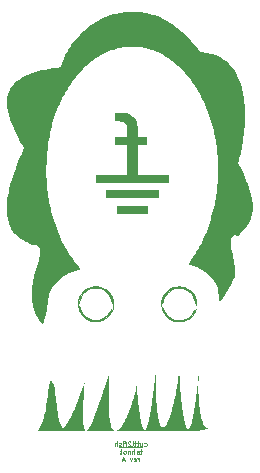
<source format=gbo>
G04 #@! TF.GenerationSoftware,KiCad,Pcbnew,(6.0.0-rc1-dev-1248-ged6c68a1e)*
G04 #@! TF.CreationDate,2018-11-30T22:55:46-05:00*
G04 #@! TF.ProjectId,cuttle2fish,63757474-6c65-4326-9669-73682e6b6963,rev?*
G04 #@! TF.SameCoordinates,Original*
G04 #@! TF.FileFunction,Legend,Bot*
G04 #@! TF.FilePolarity,Positive*
%FSLAX46Y46*%
G04 Gerber Fmt 4.6, Leading zero omitted, Abs format (unit mm)*
G04 Created by KiCad (PCBNEW (6.0.0-rc1-dev-1248-ged6c68a1e)) date 11/30/2018 10:55:46 PM*
%MOMM*%
%LPD*%
G01*
G04 APERTURE LIST*
%ADD10C,0.050000*%
%ADD11C,0.100000*%
%ADD12C,0.001772*%
G04 APERTURE END LIST*
D10*
X113411904Y-86761904D02*
X113450000Y-86780952D01*
X113526190Y-86780952D01*
X113564285Y-86761904D01*
X113583333Y-86742857D01*
X113602380Y-86704761D01*
X113602380Y-86590476D01*
X113583333Y-86552380D01*
X113564285Y-86533333D01*
X113526190Y-86514285D01*
X113450000Y-86514285D01*
X113411904Y-86533333D01*
X113069047Y-86514285D02*
X113069047Y-86780952D01*
X113240476Y-86514285D02*
X113240476Y-86723809D01*
X113221428Y-86761904D01*
X113183333Y-86780952D01*
X113126190Y-86780952D01*
X113088095Y-86761904D01*
X113069047Y-86742857D01*
X112935714Y-86514285D02*
X112783333Y-86514285D01*
X112878571Y-86380952D02*
X112878571Y-86723809D01*
X112859523Y-86761904D01*
X112821428Y-86780952D01*
X112783333Y-86780952D01*
X112707142Y-86514285D02*
X112554761Y-86514285D01*
X112650000Y-86380952D02*
X112650000Y-86723809D01*
X112630952Y-86761904D01*
X112592857Y-86780952D01*
X112554761Y-86780952D01*
X112364285Y-86780952D02*
X112402380Y-86761904D01*
X112421428Y-86723809D01*
X112421428Y-86380952D01*
X112230952Y-86419047D02*
X112211904Y-86400000D01*
X112173809Y-86380952D01*
X112078571Y-86380952D01*
X112040476Y-86400000D01*
X112021428Y-86419047D01*
X112002380Y-86457142D01*
X112002380Y-86495238D01*
X112021428Y-86552380D01*
X112250000Y-86780952D01*
X112002380Y-86780952D01*
X111888095Y-86514285D02*
X111735714Y-86514285D01*
X111830952Y-86780952D02*
X111830952Y-86438095D01*
X111811904Y-86400000D01*
X111773809Y-86380952D01*
X111735714Y-86380952D01*
X111602380Y-86780952D02*
X111602380Y-86514285D01*
X111602380Y-86380952D02*
X111621428Y-86400000D01*
X111602380Y-86419047D01*
X111583333Y-86400000D01*
X111602380Y-86380952D01*
X111602380Y-86419047D01*
X111430952Y-86761904D02*
X111392857Y-86780952D01*
X111316666Y-86780952D01*
X111278571Y-86761904D01*
X111259523Y-86723809D01*
X111259523Y-86704761D01*
X111278571Y-86666666D01*
X111316666Y-86647619D01*
X111373809Y-86647619D01*
X111411904Y-86628571D01*
X111430952Y-86590476D01*
X111430952Y-86571428D01*
X111411904Y-86533333D01*
X111373809Y-86514285D01*
X111316666Y-86514285D01*
X111278571Y-86533333D01*
X111088095Y-86780952D02*
X111088095Y-86380952D01*
X110916666Y-86780952D02*
X110916666Y-86571428D01*
X110935714Y-86533333D01*
X110973809Y-86514285D01*
X111030952Y-86514285D01*
X111069047Y-86533333D01*
X111088095Y-86552380D01*
X113250000Y-86897000D02*
X113021428Y-86897000D01*
X113211904Y-87164285D02*
X113059523Y-87164285D01*
X113154761Y-87030952D02*
X113154761Y-87373809D01*
X113135714Y-87411904D01*
X113097619Y-87430952D01*
X113059523Y-87430952D01*
X113021428Y-86897000D02*
X112659523Y-86897000D01*
X112754761Y-87430952D02*
X112754761Y-87221428D01*
X112773809Y-87183333D01*
X112811904Y-87164285D01*
X112888095Y-87164285D01*
X112926190Y-87183333D01*
X112754761Y-87411904D02*
X112792857Y-87430952D01*
X112888095Y-87430952D01*
X112926190Y-87411904D01*
X112945238Y-87373809D01*
X112945238Y-87335714D01*
X112926190Y-87297619D01*
X112888095Y-87278571D01*
X112792857Y-87278571D01*
X112754761Y-87259523D01*
X112659523Y-86897000D02*
X112297619Y-86897000D01*
X112564285Y-87430952D02*
X112564285Y-87030952D01*
X112392857Y-87430952D02*
X112392857Y-87221428D01*
X112411904Y-87183333D01*
X112450000Y-87164285D01*
X112507142Y-87164285D01*
X112545238Y-87183333D01*
X112564285Y-87202380D01*
X112297619Y-86897000D02*
X111935714Y-86897000D01*
X112202380Y-87164285D02*
X112202380Y-87430952D01*
X112202380Y-87202380D02*
X112183333Y-87183333D01*
X112145238Y-87164285D01*
X112088095Y-87164285D01*
X112050000Y-87183333D01*
X112030952Y-87221428D01*
X112030952Y-87430952D01*
X111935714Y-86897000D02*
X111573809Y-86897000D01*
X111783333Y-87430952D02*
X111821428Y-87411904D01*
X111840476Y-87392857D01*
X111859523Y-87354761D01*
X111859523Y-87240476D01*
X111840476Y-87202380D01*
X111821428Y-87183333D01*
X111783333Y-87164285D01*
X111726190Y-87164285D01*
X111688095Y-87183333D01*
X111669047Y-87202380D01*
X111650000Y-87240476D01*
X111650000Y-87354761D01*
X111669047Y-87392857D01*
X111688095Y-87411904D01*
X111726190Y-87430952D01*
X111783333Y-87430952D01*
X111573809Y-86897000D02*
X111250000Y-86897000D01*
X111478571Y-87430952D02*
X111478571Y-87030952D01*
X111440476Y-87278571D02*
X111326190Y-87430952D01*
X111326190Y-87164285D02*
X111478571Y-87316666D01*
X112926190Y-88080952D02*
X112926190Y-87814285D01*
X112926190Y-87890476D02*
X112907142Y-87852380D01*
X112888095Y-87833333D01*
X112850000Y-87814285D01*
X112811904Y-87814285D01*
X112526190Y-88061904D02*
X112564285Y-88080952D01*
X112640476Y-88080952D01*
X112678571Y-88061904D01*
X112697619Y-88023809D01*
X112697619Y-87871428D01*
X112678571Y-87833333D01*
X112640476Y-87814285D01*
X112564285Y-87814285D01*
X112526190Y-87833333D01*
X112507142Y-87871428D01*
X112507142Y-87909523D01*
X112697619Y-87947619D01*
X112373809Y-87814285D02*
X112278571Y-88080952D01*
X112183333Y-87814285D01*
X111745238Y-87966666D02*
X111554761Y-87966666D01*
X111783333Y-88080952D02*
X111650000Y-87680952D01*
X111516666Y-88080952D01*
D11*
G04 #@! TO.C,svg2mod*
G36*
X115495951Y-63815583D02*
X112847652Y-63815583D01*
X112847652Y-61279496D01*
X113102009Y-61279496D01*
X113356365Y-61279496D01*
X113610722Y-61279496D01*
X113610722Y-61055064D01*
X113610722Y-60830631D01*
X113610722Y-60606199D01*
X113356365Y-60606199D01*
X113102009Y-60606199D01*
X112847652Y-60606199D01*
X112847482Y-60129279D01*
X112842646Y-59776981D01*
X112824412Y-59534257D01*
X112786773Y-59355793D01*
X112723720Y-59196274D01*
X112620201Y-59024997D01*
X112484252Y-58879005D01*
X112318446Y-58759281D01*
X112125357Y-58666806D01*
X111907561Y-58602562D01*
X111667630Y-58567532D01*
X111408140Y-58562695D01*
X111131664Y-58589036D01*
X110962434Y-58614208D01*
X110962434Y-58945475D01*
X110962434Y-59276741D01*
X111248585Y-59286001D01*
X111539110Y-59313913D01*
X111728570Y-59383635D01*
X111852916Y-59508396D01*
X111916266Y-59604058D01*
X111923366Y-60104680D01*
X111930466Y-60605304D01*
X111691238Y-60608363D01*
X111452009Y-60611404D01*
X111212780Y-60614444D01*
X110973552Y-60617504D01*
X110969426Y-60838196D01*
X110965278Y-61058888D01*
X110961152Y-61279580D01*
X111202717Y-61279580D01*
X111444282Y-61279580D01*
X111685846Y-61279580D01*
X111927411Y-61279580D01*
X111927411Y-61533189D01*
X111927411Y-61786797D01*
X111927411Y-62040406D01*
X111927411Y-62294014D01*
X111927411Y-62547623D01*
X111927411Y-62801231D01*
X111927411Y-63054840D01*
X111927411Y-63308448D01*
X111927411Y-63562057D01*
X111927411Y-63815666D01*
X109323997Y-63815666D01*
X109323997Y-64488963D01*
X115495882Y-64488963D01*
X115495951Y-63815583D01*
X115495951Y-63815583D01*
G37*
G36*
X114620666Y-65139734D02*
X110199352Y-65139734D01*
X110199352Y-65813030D01*
X114620666Y-65813030D01*
X114620666Y-65139734D01*
X114620666Y-65139734D01*
G37*
G36*
X113722938Y-66463885D02*
X111097081Y-66463885D01*
X111097081Y-67137182D01*
X113722938Y-67137182D01*
X113722938Y-66463885D01*
X113722938Y-66463885D01*
G37*
D12*
G36*
X109602419Y-76190634D02*
X110131576Y-75807887D01*
X109938423Y-75938833D01*
X109708687Y-76039782D01*
X109489691Y-76089046D01*
X109232076Y-76097729D01*
X109024164Y-76082442D01*
X108849011Y-76034589D01*
X108849007Y-76034593D01*
X108641464Y-75945473D01*
X108456831Y-75829359D01*
X108294338Y-75685673D01*
X108153218Y-75513841D01*
X108064666Y-75363362D01*
X107986625Y-75188968D01*
X107937391Y-75031545D01*
X107878591Y-74923693D01*
X107868091Y-74741870D01*
X107916691Y-74575143D01*
X107961263Y-74350104D01*
X108043564Y-74139743D01*
X108164055Y-73943136D01*
X108323194Y-73759362D01*
X108488315Y-73612077D01*
X108659509Y-73510405D01*
X108879823Y-73418348D01*
X109093994Y-73373710D01*
X109342470Y-73368061D01*
X109548824Y-73385486D01*
X109714195Y-73428141D01*
X109932649Y-73523041D01*
X110127588Y-73649505D01*
X110296020Y-73803701D01*
X110434958Y-73981796D01*
X110541410Y-74179958D01*
X110612388Y-74394355D01*
X110644901Y-74621154D01*
X110661009Y-74781615D01*
X110690301Y-74880363D01*
X110725681Y-74998527D01*
X110626131Y-75122172D01*
X110567611Y-75221432D01*
X110466486Y-75426023D01*
X110314369Y-75629229D01*
X110131576Y-75807887D01*
X109602419Y-76190634D01*
X109829695Y-76120681D01*
X110041188Y-76014999D01*
X110233292Y-75877137D01*
X110402404Y-75710643D01*
X110544918Y-75519067D01*
X110657231Y-75305957D01*
X110735738Y-75074861D01*
X110764917Y-74862521D01*
X110765760Y-74614118D01*
X110738038Y-74399130D01*
X110664272Y-74173787D01*
X110556651Y-73963335D01*
X110418770Y-73772046D01*
X110254230Y-73604194D01*
X110066628Y-73464052D01*
X109859562Y-73355892D01*
X109625394Y-73281333D01*
X109378694Y-73247002D01*
X109127923Y-73252707D01*
X108881536Y-73298254D01*
X108647991Y-73383452D01*
X108438741Y-73502714D01*
X108256759Y-73649572D01*
X108103192Y-73819981D01*
X107979187Y-74009896D01*
X107885890Y-74215273D01*
X107824447Y-74432066D01*
X107796004Y-74656231D01*
X107801709Y-74883723D01*
X107842707Y-75110496D01*
X107920145Y-75332507D01*
X108035169Y-75545710D01*
X108172244Y-75725316D01*
X108334466Y-75881069D01*
X108518536Y-76010645D01*
X108721156Y-76111724D01*
X108939025Y-76181981D01*
X109151117Y-76211845D01*
X109391751Y-76214997D01*
X109602457Y-76190681D01*
X109602419Y-76190634D01*
X109602419Y-76190634D01*
G37*
X109602419Y-76190634D02*
X110131576Y-75807887D01*
X109938423Y-75938833D01*
X109708687Y-76039782D01*
X109489691Y-76089046D01*
X109232076Y-76097729D01*
X109024164Y-76082442D01*
X108849011Y-76034589D01*
X108849007Y-76034593D01*
X108641464Y-75945473D01*
X108456831Y-75829359D01*
X108294338Y-75685673D01*
X108153218Y-75513841D01*
X108064666Y-75363362D01*
X107986625Y-75188968D01*
X107937391Y-75031545D01*
X107878591Y-74923693D01*
X107868091Y-74741870D01*
X107916691Y-74575143D01*
X107961263Y-74350104D01*
X108043564Y-74139743D01*
X108164055Y-73943136D01*
X108323194Y-73759362D01*
X108488315Y-73612077D01*
X108659509Y-73510405D01*
X108879823Y-73418348D01*
X109093994Y-73373710D01*
X109342470Y-73368061D01*
X109548824Y-73385486D01*
X109714195Y-73428141D01*
X109932649Y-73523041D01*
X110127588Y-73649505D01*
X110296020Y-73803701D01*
X110434958Y-73981796D01*
X110541410Y-74179958D01*
X110612388Y-74394355D01*
X110644901Y-74621154D01*
X110661009Y-74781615D01*
X110690301Y-74880363D01*
X110725681Y-74998527D01*
X110626131Y-75122172D01*
X110567611Y-75221432D01*
X110466486Y-75426023D01*
X110314369Y-75629229D01*
X110131576Y-75807887D01*
X109602419Y-76190634D01*
X109829695Y-76120681D01*
X110041188Y-76014999D01*
X110233292Y-75877137D01*
X110402404Y-75710643D01*
X110544918Y-75519067D01*
X110657231Y-75305957D01*
X110735738Y-75074861D01*
X110764917Y-74862521D01*
X110765760Y-74614118D01*
X110738038Y-74399130D01*
X110664272Y-74173787D01*
X110556651Y-73963335D01*
X110418770Y-73772046D01*
X110254230Y-73604194D01*
X110066628Y-73464052D01*
X109859562Y-73355892D01*
X109625394Y-73281333D01*
X109378694Y-73247002D01*
X109127923Y-73252707D01*
X108881536Y-73298254D01*
X108647991Y-73383452D01*
X108438741Y-73502714D01*
X108256759Y-73649572D01*
X108103192Y-73819981D01*
X107979187Y-74009896D01*
X107885890Y-74215273D01*
X107824447Y-74432066D01*
X107796004Y-74656231D01*
X107801709Y-74883723D01*
X107842707Y-75110496D01*
X107920145Y-75332507D01*
X108035169Y-75545710D01*
X108172244Y-75725316D01*
X108334466Y-75881069D01*
X108518536Y-76010645D01*
X108721156Y-76111724D01*
X108939025Y-76181981D01*
X109151117Y-76211845D01*
X109391751Y-76214997D01*
X109602457Y-76190681D01*
X109602419Y-76190634D01*
G36*
X116672034Y-76210958D02*
X117085881Y-75908903D01*
X116900465Y-76011830D01*
X116690450Y-76081853D01*
X116461056Y-76118532D01*
X116228313Y-76120525D01*
X116008254Y-76086490D01*
X116008252Y-76086487D01*
X115775157Y-76004178D01*
X115561981Y-75882198D01*
X115373763Y-75725539D01*
X115215543Y-75539189D01*
X115092363Y-75328141D01*
X115009261Y-75097383D01*
X114933038Y-74930502D01*
X114920112Y-74760731D01*
X114983659Y-74545396D01*
X115035215Y-74328966D01*
X115114961Y-74133477D01*
X115225025Y-73954739D01*
X115367532Y-73788558D01*
X115566810Y-73618984D01*
X115784105Y-73496453D01*
X116022583Y-73419581D01*
X116285411Y-73386982D01*
X116492485Y-73387622D01*
X116661830Y-73418202D01*
X116896096Y-73498134D01*
X117105961Y-73612602D01*
X117289588Y-73760129D01*
X117445136Y-73939238D01*
X117570768Y-74148451D01*
X117641397Y-74314270D01*
X117688200Y-74484419D01*
X117718982Y-74687281D01*
X117761016Y-74927793D01*
X117754176Y-75072702D01*
X117688734Y-75148722D01*
X117622092Y-75249596D01*
X117534434Y-75435110D01*
X117410654Y-75612316D01*
X117258541Y-75772989D01*
X117085881Y-75908903D01*
X116672034Y-76210958D01*
X116894310Y-76140937D01*
X117100975Y-76037260D01*
X117288859Y-75903017D01*
X117454796Y-75741295D01*
X117595617Y-75555180D01*
X117708154Y-75347762D01*
X117789239Y-75122127D01*
X117820547Y-74893033D01*
X117820547Y-74613874D01*
X117789239Y-74384780D01*
X117702031Y-74143128D01*
X117581735Y-73925859D01*
X117431491Y-73735390D01*
X117254433Y-73574136D01*
X117053700Y-73444512D01*
X116832428Y-73348933D01*
X116593754Y-73289814D01*
X116340815Y-73269571D01*
X116094330Y-73288457D01*
X115861551Y-73344007D01*
X115645129Y-73434556D01*
X115447713Y-73558444D01*
X115271953Y-73714006D01*
X115120499Y-73899579D01*
X114996001Y-74113501D01*
X114908411Y-74342550D01*
X114860796Y-74582960D01*
X114854276Y-74829078D01*
X114876390Y-75034629D01*
X114921638Y-75212772D01*
X114998717Y-75397738D01*
X115123847Y-75613735D01*
X115277829Y-75800223D01*
X115460916Y-75957418D01*
X115673362Y-76085541D01*
X115915422Y-76184809D01*
X116140464Y-76221991D01*
X116434275Y-76232144D01*
X116672034Y-76210959D01*
X116672034Y-76210958D01*
X116672034Y-76210958D01*
G37*
X116672034Y-76210958D02*
X117085881Y-75908903D01*
X116900465Y-76011830D01*
X116690450Y-76081853D01*
X116461056Y-76118532D01*
X116228313Y-76120525D01*
X116008254Y-76086490D01*
X116008252Y-76086487D01*
X115775157Y-76004178D01*
X115561981Y-75882198D01*
X115373763Y-75725539D01*
X115215543Y-75539189D01*
X115092363Y-75328141D01*
X115009261Y-75097383D01*
X114933038Y-74930502D01*
X114920112Y-74760731D01*
X114983659Y-74545396D01*
X115035215Y-74328966D01*
X115114961Y-74133477D01*
X115225025Y-73954739D01*
X115367532Y-73788558D01*
X115566810Y-73618984D01*
X115784105Y-73496453D01*
X116022583Y-73419581D01*
X116285411Y-73386982D01*
X116492485Y-73387622D01*
X116661830Y-73418202D01*
X116896096Y-73498134D01*
X117105961Y-73612602D01*
X117289588Y-73760129D01*
X117445136Y-73939238D01*
X117570768Y-74148451D01*
X117641397Y-74314270D01*
X117688200Y-74484419D01*
X117718982Y-74687281D01*
X117761016Y-74927793D01*
X117754176Y-75072702D01*
X117688734Y-75148722D01*
X117622092Y-75249596D01*
X117534434Y-75435110D01*
X117410654Y-75612316D01*
X117258541Y-75772989D01*
X117085881Y-75908903D01*
X116672034Y-76210958D01*
X116894310Y-76140937D01*
X117100975Y-76037260D01*
X117288859Y-75903017D01*
X117454796Y-75741295D01*
X117595617Y-75555180D01*
X117708154Y-75347762D01*
X117789239Y-75122127D01*
X117820547Y-74893033D01*
X117820547Y-74613874D01*
X117789239Y-74384780D01*
X117702031Y-74143128D01*
X117581735Y-73925859D01*
X117431491Y-73735390D01*
X117254433Y-73574136D01*
X117053700Y-73444512D01*
X116832428Y-73348933D01*
X116593754Y-73289814D01*
X116340815Y-73269571D01*
X116094330Y-73288457D01*
X115861551Y-73344007D01*
X115645129Y-73434556D01*
X115447713Y-73558444D01*
X115271953Y-73714006D01*
X115120499Y-73899579D01*
X114996001Y-74113501D01*
X114908411Y-74342550D01*
X114860796Y-74582960D01*
X114854276Y-74829078D01*
X114876390Y-75034629D01*
X114921638Y-75212772D01*
X114998717Y-75397738D01*
X115123847Y-75613735D01*
X115277829Y-75800223D01*
X115460916Y-75957418D01*
X115673362Y-76085541D01*
X115915422Y-76184809D01*
X116140464Y-76221991D01*
X116434275Y-76232144D01*
X116672034Y-76210959D01*
X116672034Y-76210958D01*
D11*
G36*
X116345695Y-80238223D02*
X116371157Y-80626984D01*
X116396801Y-80997720D01*
X116422617Y-81350751D01*
X116448593Y-81686395D01*
X116474717Y-82004971D01*
X116500978Y-82306799D01*
X116527364Y-82592197D01*
X116553865Y-82861484D01*
X116580469Y-83114980D01*
X116607164Y-83353002D01*
X116633939Y-83575872D01*
X116660784Y-83783906D01*
X116687685Y-83977425D01*
X116714633Y-84156748D01*
X116741616Y-84322192D01*
X116768621Y-84474078D01*
X116795639Y-84612725D01*
X116822657Y-84738450D01*
X116849665Y-84851574D01*
X116876650Y-84952416D01*
X116903602Y-85041294D01*
X116930509Y-85118527D01*
X116957360Y-85184435D01*
X116984143Y-85239336D01*
X117010848Y-85283549D01*
X117037461Y-85317394D01*
X117063973Y-85341189D01*
X117090373Y-85355254D01*
X117116647Y-85359907D01*
X117142786Y-85355467D01*
X117168778Y-85342254D01*
X117194611Y-85320587D01*
X117220274Y-85290784D01*
X117245756Y-85253164D01*
X117271045Y-85208046D01*
X117296130Y-85155751D01*
X117321000Y-85096595D01*
X117345643Y-85030899D01*
X117370047Y-84958982D01*
X117394203Y-84881162D01*
X117418097Y-84797758D01*
X117441720Y-84709090D01*
X117465058Y-84615477D01*
X117488102Y-84517237D01*
X117510839Y-84414689D01*
X117533259Y-84308153D01*
X117555350Y-84197948D01*
X117577100Y-84084392D01*
X117598498Y-83967804D01*
X117619533Y-83848504D01*
X117640194Y-83726811D01*
X117660469Y-83603043D01*
X117680346Y-83477519D01*
X117699815Y-83350559D01*
X117718864Y-83222482D01*
X117737481Y-83093606D01*
X117755656Y-82964251D01*
X117773376Y-82834735D01*
X117790632Y-82705378D01*
X117807410Y-82576499D01*
X117823700Y-82448416D01*
X117839490Y-82321448D01*
X117854770Y-82195915D01*
X117869527Y-82072136D01*
X117883750Y-81950429D01*
X117897429Y-81831114D01*
X117910551Y-81714510D01*
X117923105Y-81600935D01*
X117935080Y-81490709D01*
X117946464Y-81384150D01*
X117957247Y-81281578D01*
X117967416Y-81183312D01*
X117976961Y-81089670D01*
X117985870Y-81000972D01*
X117994131Y-80917536D01*
X118001733Y-80839683D01*
X118008666Y-80767729D01*
X118014917Y-80701996D01*
X118020475Y-80642801D01*
X118025329Y-80590464D01*
X118029467Y-80545303D01*
X118032879Y-80507638D01*
X118035552Y-80477788D01*
X118037475Y-80456071D01*
X118038638Y-80442808D01*
X118039028Y-80438315D01*
X118010662Y-81037770D01*
X117996109Y-81585795D01*
X117994199Y-82084697D01*
X118003766Y-82536783D01*
X118023641Y-82944358D01*
X118052658Y-83309729D01*
X118089647Y-83635201D01*
X118133442Y-83923081D01*
X118182874Y-84175675D01*
X118236776Y-84395289D01*
X118293981Y-84584230D01*
X118353319Y-84744802D01*
X118413625Y-84879313D01*
X118473729Y-84990068D01*
X118532464Y-85079374D01*
X118588663Y-85149537D01*
X118641157Y-85202863D01*
X118688779Y-85241657D01*
X118730361Y-85268227D01*
X118764735Y-85284878D01*
X118790734Y-85293917D01*
X118807189Y-85297648D01*
X118812934Y-85298380D01*
X117886341Y-85479180D01*
X117622045Y-85479512D01*
X117357715Y-85479865D01*
X117093354Y-85480234D01*
X116828966Y-85480620D01*
X116564554Y-85481018D01*
X116300118Y-85481429D01*
X116035664Y-85481849D01*
X115771193Y-85482276D01*
X115506707Y-85482709D01*
X115242211Y-85483146D01*
X114977706Y-85483583D01*
X114713195Y-85484021D01*
X114448681Y-85484456D01*
X114184166Y-85484886D01*
X113919654Y-85485309D01*
X113655147Y-85485725D01*
X113390648Y-85486129D01*
X113126160Y-85486521D01*
X112861684Y-85486898D01*
X112597225Y-85487258D01*
X112332785Y-85487600D01*
X112068365Y-85487921D01*
X111803971Y-85488220D01*
X111539603Y-85488494D01*
X111275264Y-85488741D01*
X111010958Y-85488959D01*
X110746687Y-85489146D01*
X110482454Y-85489301D01*
X110218261Y-85489421D01*
X109954112Y-85489504D01*
X109690009Y-85489549D01*
X109425954Y-85489552D01*
X109161951Y-85489513D01*
X108898002Y-85489429D01*
X108634110Y-85489297D01*
X108370278Y-85489118D01*
X108106508Y-85488887D01*
X107842803Y-85488603D01*
X107579166Y-85488264D01*
X107315600Y-85487869D01*
X107052107Y-85487414D01*
X106788690Y-85486899D01*
X106525351Y-85486320D01*
X106262094Y-85485677D01*
X105998921Y-85484966D01*
X105735836Y-85484186D01*
X105472839Y-85483336D01*
X105209936Y-85482412D01*
X104947127Y-85481413D01*
X104684416Y-85480338D01*
X104421806Y-85479183D01*
X104521507Y-85348389D01*
X104612523Y-85197714D01*
X104695390Y-85029341D01*
X104770647Y-84845448D01*
X104838832Y-84648219D01*
X104900482Y-84439833D01*
X104956135Y-84222472D01*
X105006329Y-83998316D01*
X105051602Y-83769548D01*
X105092492Y-83538348D01*
X105129536Y-83306897D01*
X105163272Y-83077376D01*
X105194239Y-82851966D01*
X105222973Y-82632848D01*
X105250014Y-82422204D01*
X105275898Y-82222215D01*
X105301164Y-82035061D01*
X105326349Y-81862923D01*
X105351992Y-81707984D01*
X105378629Y-81572423D01*
X105406800Y-81458422D01*
X105437041Y-81368161D01*
X105469891Y-81303823D01*
X105505887Y-81267588D01*
X105545567Y-81261637D01*
X105589470Y-81288151D01*
X105638132Y-81349312D01*
X105692092Y-81447299D01*
X105751888Y-81584296D01*
X105785480Y-81718201D01*
X105817843Y-81904061D01*
X105849798Y-82133638D01*
X105882164Y-82398694D01*
X105915758Y-82690993D01*
X105951399Y-83002297D01*
X105989907Y-83324369D01*
X106032101Y-83648972D01*
X106078798Y-83967869D01*
X106130818Y-84272821D01*
X106188980Y-84555593D01*
X106254102Y-84807946D01*
X106327003Y-85021644D01*
X106408503Y-85188449D01*
X106499418Y-85300124D01*
X106565926Y-85244048D01*
X106636884Y-85172383D01*
X106712490Y-85083843D01*
X106792943Y-84977142D01*
X106878441Y-84850995D01*
X106969182Y-84704114D01*
X107065365Y-84535215D01*
X107167189Y-84343010D01*
X107274851Y-84126214D01*
X107388551Y-83883541D01*
X107508487Y-83613704D01*
X107634856Y-83315418D01*
X107767858Y-82987397D01*
X107907691Y-82628353D01*
X108054554Y-82237002D01*
X108208644Y-81812058D01*
X108370161Y-81352233D01*
X108345397Y-81672367D01*
X108323186Y-81977397D01*
X108303477Y-82267587D01*
X108286220Y-82543204D01*
X108271365Y-82804510D01*
X108258861Y-83051771D01*
X108248659Y-83285253D01*
X108240709Y-83505218D01*
X108234959Y-83711933D01*
X108231359Y-83905662D01*
X108229860Y-84086670D01*
X108230411Y-84255221D01*
X108232962Y-84411581D01*
X108237463Y-84556014D01*
X108243863Y-84688784D01*
X108252112Y-84810157D01*
X108262160Y-84920397D01*
X108273956Y-85019770D01*
X108287451Y-85108539D01*
X108302594Y-85186970D01*
X108319335Y-85255327D01*
X108337624Y-85313875D01*
X108357410Y-85362879D01*
X108378643Y-85402604D01*
X108401273Y-85433314D01*
X108425249Y-85455274D01*
X108450522Y-85468749D01*
X108477041Y-85474003D01*
X108504756Y-85471302D01*
X108533617Y-85460910D01*
X108563573Y-85443092D01*
X108594574Y-85418113D01*
X108626570Y-85386237D01*
X108659511Y-85347729D01*
X108693346Y-85302854D01*
X108728025Y-85251877D01*
X108763498Y-85195062D01*
X108799715Y-85132674D01*
X108836625Y-85064978D01*
X108874179Y-84992239D01*
X108912325Y-84914722D01*
X108951014Y-84832690D01*
X108990195Y-84746410D01*
X109029818Y-84656145D01*
X109069834Y-84562161D01*
X109110191Y-84464721D01*
X109150839Y-84364092D01*
X109191729Y-84260538D01*
X109232809Y-84154323D01*
X109274030Y-84045712D01*
X109315342Y-83934970D01*
X109356693Y-83822362D01*
X109398035Y-83708153D01*
X109439316Y-83592607D01*
X109480487Y-83475989D01*
X109521497Y-83358563D01*
X109562295Y-83240595D01*
X109602833Y-83122349D01*
X109643058Y-83004091D01*
X109682922Y-82886084D01*
X109722374Y-82768594D01*
X109761364Y-82651885D01*
X109799841Y-82536222D01*
X109837755Y-82421870D01*
X109875056Y-82309093D01*
X109911694Y-82198157D01*
X109947618Y-82089326D01*
X109982778Y-81982864D01*
X110017124Y-81879038D01*
X110050606Y-81778110D01*
X110083174Y-81680347D01*
X110114776Y-81586012D01*
X110145364Y-81495371D01*
X110174886Y-81408689D01*
X110203292Y-81326230D01*
X110230533Y-81248258D01*
X110256558Y-81175039D01*
X110281316Y-81106838D01*
X110304758Y-81043918D01*
X110326833Y-80986546D01*
X110347491Y-80934985D01*
X110366681Y-80889501D01*
X110384354Y-80850357D01*
X110400460Y-80817820D01*
X110414947Y-80792153D01*
X110427766Y-80773622D01*
X110438866Y-80762491D01*
X110448198Y-80759025D01*
X110455710Y-80763488D01*
X110461353Y-80776146D01*
X110465077Y-80797264D01*
X110466831Y-80827105D01*
X110466564Y-80865935D01*
X110464228Y-80914018D01*
X110441170Y-81298448D01*
X110422536Y-81663248D01*
X110408205Y-82008782D01*
X110398055Y-82335409D01*
X110391966Y-82643494D01*
X110389817Y-82933398D01*
X110391487Y-83205483D01*
X110396856Y-83460111D01*
X110405802Y-83697645D01*
X110418204Y-83918447D01*
X110433942Y-84122879D01*
X110452895Y-84311303D01*
X110474941Y-84484081D01*
X110499960Y-84641575D01*
X110527832Y-84784149D01*
X110558434Y-84912163D01*
X110591647Y-85025979D01*
X110627350Y-85125962D01*
X110665420Y-85212471D01*
X110705739Y-85285870D01*
X110748184Y-85346520D01*
X110792635Y-85394785D01*
X110838971Y-85431025D01*
X110887071Y-85455604D01*
X110936815Y-85468883D01*
X110988081Y-85471224D01*
X111040748Y-85462990D01*
X111094696Y-85444543D01*
X111149804Y-85416245D01*
X111205950Y-85378459D01*
X111263014Y-85331545D01*
X111320876Y-85275867D01*
X111379413Y-85211787D01*
X111438506Y-85139667D01*
X111498033Y-85059869D01*
X111557874Y-84972755D01*
X111617908Y-84878688D01*
X111678013Y-84778029D01*
X111738069Y-84671141D01*
X111797955Y-84558386D01*
X111857550Y-84440126D01*
X111916734Y-84316723D01*
X111975385Y-84188539D01*
X112033382Y-84055938D01*
X112090605Y-83919280D01*
X112146933Y-83778928D01*
X112202244Y-83635244D01*
X112256418Y-83488590D01*
X112309335Y-83339329D01*
X112360872Y-83187823D01*
X112410910Y-83034434D01*
X112459328Y-82879523D01*
X112506004Y-82723454D01*
X112550817Y-82566588D01*
X112593647Y-82409287D01*
X112634374Y-82251914D01*
X112672875Y-82094831D01*
X112709030Y-81938400D01*
X112742719Y-81782984D01*
X112773820Y-81628943D01*
X112800924Y-81963200D01*
X112828116Y-82279468D01*
X112855384Y-82578103D01*
X112882718Y-82859462D01*
X112910109Y-83123899D01*
X112937545Y-83371773D01*
X112965016Y-83603437D01*
X112992512Y-83819249D01*
X113020023Y-84019564D01*
X113047538Y-84204738D01*
X113075047Y-84375128D01*
X113102540Y-84531089D01*
X113130006Y-84672978D01*
X113157435Y-84801150D01*
X113184818Y-84915962D01*
X113212142Y-85017770D01*
X113239399Y-85106929D01*
X113266578Y-85183795D01*
X113293669Y-85248725D01*
X113320660Y-85302075D01*
X113347543Y-85344201D01*
X113374306Y-85375458D01*
X113400940Y-85396204D01*
X113427433Y-85406793D01*
X113453777Y-85407581D01*
X113479959Y-85398926D01*
X113505971Y-85381182D01*
X113531802Y-85354707D01*
X113557441Y-85319855D01*
X113582878Y-85276983D01*
X113608103Y-85226447D01*
X113633106Y-85168603D01*
X113657876Y-85103808D01*
X113682403Y-85032416D01*
X113706676Y-84954784D01*
X113730686Y-84871269D01*
X113754422Y-84782225D01*
X113777873Y-84688010D01*
X113801030Y-84588979D01*
X113823882Y-84485488D01*
X113846419Y-84377894D01*
X113868630Y-84266551D01*
X113890506Y-84151817D01*
X113912035Y-84034048D01*
X113933208Y-83913599D01*
X113954014Y-83790826D01*
X113974443Y-83666085D01*
X113994484Y-83539733D01*
X114014128Y-83412126D01*
X114033364Y-83283619D01*
X114052182Y-83154568D01*
X114070570Y-83025330D01*
X114088520Y-82896261D01*
X114106021Y-82767716D01*
X114123062Y-82640052D01*
X114139634Y-82513624D01*
X114155725Y-82388789D01*
X114171325Y-82265903D01*
X114186425Y-82145322D01*
X114201014Y-82027401D01*
X114215081Y-81912498D01*
X114228617Y-81800967D01*
X114241610Y-81693165D01*
X114254052Y-81589447D01*
X114265930Y-81490171D01*
X114277236Y-81395692D01*
X114287958Y-81306365D01*
X114298087Y-81222548D01*
X114307612Y-81144596D01*
X114316523Y-81072864D01*
X114324809Y-81007710D01*
X114332461Y-80949489D01*
X114339467Y-80898557D01*
X114345818Y-80855270D01*
X114351503Y-80819984D01*
X114356512Y-80793056D01*
X114360835Y-80774841D01*
X114364461Y-80765695D01*
X114367380Y-80765974D01*
X114369582Y-80776035D01*
X114371056Y-80796233D01*
X114371793Y-80826924D01*
X114376577Y-81192622D01*
X114383319Y-81539797D01*
X114391962Y-81868792D01*
X114402451Y-82179951D01*
X114414727Y-82473614D01*
X114428736Y-82750125D01*
X114444419Y-83009826D01*
X114461721Y-83253060D01*
X114480585Y-83480169D01*
X114500954Y-83691495D01*
X114522772Y-83887381D01*
X114545982Y-84068169D01*
X114570527Y-84234202D01*
X114596352Y-84385823D01*
X114623399Y-84523373D01*
X114651611Y-84647195D01*
X114680933Y-84757632D01*
X114711307Y-84855026D01*
X114742677Y-84939719D01*
X114774986Y-85012054D01*
X114808179Y-85072374D01*
X114842197Y-85121021D01*
X114876985Y-85158336D01*
X114912486Y-85184664D01*
X114948643Y-85200346D01*
X114985400Y-85205724D01*
X115022700Y-85201141D01*
X115060487Y-85186940D01*
X115098704Y-85163463D01*
X115137294Y-85131053D01*
X115176201Y-85090051D01*
X115215368Y-85040801D01*
X115254739Y-84983644D01*
X115294257Y-84918924D01*
X115333865Y-84846983D01*
X115373507Y-84768162D01*
X115413126Y-84682805D01*
X115452666Y-84591255D01*
X115492070Y-84493852D01*
X115531281Y-84390941D01*
X115570243Y-84282863D01*
X115608899Y-84169961D01*
X115647193Y-84052577D01*
X115685068Y-83931054D01*
X115722468Y-83805734D01*
X115759335Y-83676960D01*
X115795614Y-83545074D01*
X115831247Y-83410419D01*
X115866178Y-83273336D01*
X115900351Y-83134169D01*
X115933709Y-82993260D01*
X115966195Y-82850951D01*
X115997752Y-82707585D01*
X116028325Y-82563504D01*
X116057856Y-82419051D01*
X116086289Y-82274568D01*
X116113568Y-82130398D01*
X116139635Y-81986883D01*
X116164434Y-81844365D01*
X116187909Y-81703187D01*
X116210002Y-81563692D01*
X116230658Y-81426221D01*
X116249820Y-81291118D01*
X116267431Y-81158725D01*
X116283434Y-81029384D01*
X116297774Y-80903437D01*
X116310392Y-80781228D01*
X116321234Y-80663098D01*
X116330241Y-80549390D01*
X116337358Y-80440446D01*
X116342528Y-80336610D01*
X116345695Y-80238223D01*
X116345695Y-80238223D01*
G37*
G36*
X112582548Y-50007610D02*
X112799374Y-50018061D01*
X113016712Y-50036585D01*
X113234390Y-50063289D01*
X113452235Y-50098280D01*
X113670077Y-50141667D01*
X113887743Y-50193558D01*
X114105061Y-50254059D01*
X114321858Y-50323280D01*
X114537964Y-50401327D01*
X114753205Y-50488308D01*
X114967411Y-50584331D01*
X115180408Y-50689505D01*
X115392026Y-50803936D01*
X115602091Y-50927733D01*
X115810433Y-51061002D01*
X116016878Y-51203853D01*
X116221255Y-51356392D01*
X116423392Y-51518728D01*
X116623117Y-51690968D01*
X116820258Y-51873220D01*
X117014643Y-52065592D01*
X117206100Y-52268191D01*
X117394456Y-52481126D01*
X117579541Y-52704503D01*
X117761181Y-52938431D01*
X117939206Y-53183018D01*
X118113442Y-53438372D01*
X118361728Y-53449881D01*
X118600092Y-53473445D01*
X118828692Y-53508729D01*
X119047689Y-53555400D01*
X119257244Y-53613125D01*
X119457518Y-53681569D01*
X119648670Y-53760399D01*
X119830861Y-53849282D01*
X120004251Y-53947883D01*
X120169002Y-54055869D01*
X120325272Y-54172906D01*
X120473223Y-54298661D01*
X120613015Y-54432800D01*
X120744808Y-54574988D01*
X120868763Y-54724894D01*
X120985041Y-54882183D01*
X121093801Y-55046520D01*
X121195203Y-55217574D01*
X121289410Y-55395009D01*
X121376580Y-55578492D01*
X121456874Y-55767690D01*
X121530453Y-55962269D01*
X121597476Y-56161896D01*
X121658106Y-56366236D01*
X121712500Y-56574955D01*
X121760822Y-56787721D01*
X121803229Y-57004200D01*
X121839884Y-57224057D01*
X121870946Y-57446960D01*
X121896576Y-57672574D01*
X121916934Y-57900566D01*
X121932181Y-58130603D01*
X121942476Y-58362350D01*
X121947981Y-58595473D01*
X121948856Y-58829641D01*
X121945261Y-59064517D01*
X121937356Y-59299770D01*
X121925303Y-59535064D01*
X121909261Y-59770068D01*
X121889390Y-60004446D01*
X121865852Y-60237865D01*
X121838807Y-60469992D01*
X121808414Y-60700493D01*
X121774835Y-60929034D01*
X121738229Y-61155282D01*
X121698758Y-61378902D01*
X121656582Y-61599562D01*
X121611860Y-61816927D01*
X121564754Y-62030664D01*
X121515423Y-62240439D01*
X121464029Y-62445919D01*
X121410731Y-62646770D01*
X121355690Y-62842658D01*
X121560703Y-63235626D01*
X121745554Y-63609062D01*
X121910815Y-63963728D01*
X122057055Y-64300382D01*
X122184846Y-64619786D01*
X122294756Y-64922699D01*
X122387357Y-65209882D01*
X122463220Y-65482094D01*
X122522913Y-65740098D01*
X122567008Y-65984651D01*
X122596075Y-66216516D01*
X122610684Y-66436451D01*
X122611405Y-66645218D01*
X122598810Y-66843576D01*
X122573468Y-67032285D01*
X122535949Y-67212107D01*
X122486824Y-67383801D01*
X122426664Y-67548128D01*
X122356038Y-67705847D01*
X122275517Y-67857719D01*
X122185671Y-68004505D01*
X122087071Y-68146964D01*
X121980286Y-68285857D01*
X121865888Y-68421943D01*
X121744446Y-68555984D01*
X121616531Y-68688740D01*
X121482713Y-68820970D01*
X121343563Y-68953435D01*
X121133550Y-68883985D01*
X120993121Y-68929023D01*
X120887809Y-69009036D01*
X120814048Y-69120848D01*
X120768273Y-69261282D01*
X120746919Y-69427161D01*
X120746422Y-69615308D01*
X120763216Y-69822548D01*
X120793736Y-70045701D01*
X120834418Y-70281593D01*
X120881697Y-70527046D01*
X120932007Y-70778884D01*
X120981784Y-71033929D01*
X121027463Y-71289004D01*
X121065478Y-71540934D01*
X121092265Y-71786541D01*
X121104260Y-72022649D01*
X121097896Y-72246080D01*
X121069609Y-72453658D01*
X120948741Y-72706138D01*
X120830129Y-72940795D01*
X120712362Y-73161747D01*
X120594028Y-73373114D01*
X120473712Y-73579013D01*
X120350004Y-73783563D01*
X120221491Y-73990883D01*
X120086760Y-74205091D01*
X119944399Y-74430307D01*
X119792995Y-74670647D01*
X119775906Y-74337710D01*
X119612746Y-73421039D01*
X119540832Y-73219379D01*
X119449465Y-73024677D01*
X119339358Y-72837315D01*
X119211224Y-72657675D01*
X119065777Y-72486138D01*
X118903729Y-72323087D01*
X118725795Y-72168903D01*
X118532688Y-72023968D01*
X118325120Y-71888664D01*
X118103806Y-71763372D01*
X117869458Y-71648475D01*
X117622789Y-71544353D01*
X117364514Y-71451389D01*
X117095346Y-71369965D01*
X117241363Y-71186986D01*
X117383543Y-70999026D01*
X117521844Y-70806213D01*
X117656225Y-70608677D01*
X117786644Y-70406546D01*
X117913060Y-70199949D01*
X118035431Y-69989015D01*
X118153716Y-69773873D01*
X118267873Y-69554653D01*
X118377860Y-69331482D01*
X118483636Y-69104490D01*
X118585160Y-68873806D01*
X118682389Y-68639559D01*
X118775283Y-68401878D01*
X118863800Y-68160891D01*
X118947898Y-67916728D01*
X119027536Y-67669517D01*
X119102672Y-67419388D01*
X119173264Y-67166469D01*
X119239272Y-66910890D01*
X119300654Y-66652778D01*
X119357367Y-66392264D01*
X119409372Y-66129476D01*
X119456625Y-65864543D01*
X119499085Y-65597594D01*
X119536712Y-65328758D01*
X119569463Y-65058164D01*
X119597297Y-64785940D01*
X119620172Y-64512216D01*
X119638046Y-64237121D01*
X119650880Y-63960784D01*
X119658629Y-63683333D01*
X119661254Y-63404897D01*
X119658463Y-63112396D01*
X119650135Y-62821884D01*
X119636343Y-62533464D01*
X119617159Y-62247243D01*
X119592657Y-61963323D01*
X119562909Y-61681812D01*
X119527989Y-61402812D01*
X119487969Y-61126429D01*
X119442922Y-60852768D01*
X119392920Y-60581933D01*
X119338038Y-60314029D01*
X119278348Y-60049161D01*
X119213922Y-59787434D01*
X119144833Y-59528952D01*
X119071155Y-59273820D01*
X118992960Y-59022143D01*
X118910322Y-58774026D01*
X118823312Y-58529573D01*
X118732004Y-58288890D01*
X118636471Y-58052080D01*
X118536785Y-57819250D01*
X118433020Y-57590502D01*
X118325248Y-57365943D01*
X118213543Y-57145677D01*
X118097977Y-56929809D01*
X117978622Y-56718443D01*
X117855553Y-56511685D01*
X117728841Y-56309638D01*
X117598560Y-56112409D01*
X117464782Y-55920101D01*
X117327581Y-55732819D01*
X117187029Y-55550669D01*
X117043199Y-55373754D01*
X116896164Y-55202180D01*
X116745997Y-55036051D01*
X116592770Y-54875473D01*
X116436557Y-54720549D01*
X116277431Y-54571385D01*
X116115464Y-54428085D01*
X115950730Y-54290755D01*
X115783300Y-54159499D01*
X115613249Y-54034421D01*
X115440648Y-53915627D01*
X115265572Y-53803221D01*
X115088092Y-53697308D01*
X114908281Y-53597992D01*
X114726213Y-53505379D01*
X114541960Y-53419574D01*
X114355595Y-53340680D01*
X114167191Y-53268804D01*
X113976821Y-53204049D01*
X113784558Y-53146520D01*
X113590474Y-53096322D01*
X113394643Y-53053560D01*
X113197138Y-53018339D01*
X112998031Y-52990763D01*
X112797394Y-52970937D01*
X112595302Y-52958966D01*
X112391827Y-52954955D01*
X112188352Y-52958966D01*
X111986260Y-52970937D01*
X111785624Y-52990763D01*
X111586516Y-53018339D01*
X111389011Y-53053560D01*
X111193180Y-53096322D01*
X110999096Y-53146520D01*
X110806833Y-53204049D01*
X110616463Y-53268804D01*
X110428060Y-53340680D01*
X110241695Y-53419574D01*
X110057442Y-53505379D01*
X109875374Y-53597992D01*
X109695563Y-53697307D01*
X109518083Y-53803221D01*
X109343006Y-53915627D01*
X109170406Y-54034421D01*
X109000354Y-54159499D01*
X108832925Y-54290755D01*
X108668190Y-54428085D01*
X108506223Y-54571385D01*
X108347097Y-54720549D01*
X108190885Y-54875472D01*
X108037658Y-55036051D01*
X107887491Y-55202180D01*
X107740456Y-55373754D01*
X107596626Y-55550669D01*
X107456074Y-55732819D01*
X107318873Y-55920101D01*
X107185095Y-56112409D01*
X107054814Y-56309638D01*
X106928102Y-56511685D01*
X106805033Y-56718443D01*
X106685678Y-56929809D01*
X106570112Y-57145677D01*
X106458406Y-57365943D01*
X106350635Y-57590502D01*
X106246869Y-57819249D01*
X106147184Y-58052080D01*
X106051651Y-58288890D01*
X105960343Y-58529573D01*
X105873333Y-58774026D01*
X105790694Y-59022143D01*
X105712499Y-59273820D01*
X105638821Y-59528952D01*
X105569733Y-59787434D01*
X105505307Y-60049161D01*
X105445616Y-60314029D01*
X105390734Y-60581933D01*
X105340733Y-60852768D01*
X105295686Y-61126429D01*
X105255666Y-61402812D01*
X105220746Y-61681812D01*
X105190998Y-61963323D01*
X105166496Y-62247243D01*
X105147312Y-62533464D01*
X105133520Y-62821884D01*
X105125191Y-63112396D01*
X105122400Y-63404897D01*
X105125189Y-63680048D01*
X105132977Y-63954164D01*
X105145721Y-64227122D01*
X105163379Y-64498801D01*
X105185909Y-64769079D01*
X105213266Y-65037836D01*
X105245410Y-65304949D01*
X105282297Y-65570297D01*
X105323883Y-65833758D01*
X105370128Y-66095211D01*
X105420988Y-66354534D01*
X105476420Y-66611607D01*
X105536382Y-66866306D01*
X105600831Y-67118511D01*
X105669724Y-67368101D01*
X105743019Y-67614953D01*
X105820673Y-67858946D01*
X105902643Y-68099959D01*
X105988887Y-68337870D01*
X106079361Y-68572557D01*
X106174025Y-68803900D01*
X106272833Y-69031775D01*
X106375745Y-69256063D01*
X106482717Y-69476641D01*
X106593706Y-69693388D01*
X106708670Y-69906183D01*
X106827567Y-70114903D01*
X106950353Y-70319427D01*
X107076986Y-70519634D01*
X107207423Y-70715403D01*
X107341622Y-70906610D01*
X107479539Y-71093137D01*
X107621133Y-71274859D01*
X107766360Y-71451657D01*
X107915178Y-71623408D01*
X108067544Y-71789992D01*
X107787081Y-71865747D01*
X107517154Y-71953412D01*
X107258594Y-72052467D01*
X107012237Y-72162391D01*
X106778916Y-72282665D01*
X106559465Y-72412766D01*
X106354717Y-72552177D01*
X106165506Y-72700375D01*
X105992666Y-72856841D01*
X105837030Y-73021054D01*
X105699433Y-73192495D01*
X105580707Y-73370643D01*
X105481688Y-73554977D01*
X105403207Y-73744977D01*
X105346100Y-73940124D01*
X105311200Y-74139896D01*
X105299340Y-74343773D01*
X105294339Y-74392430D01*
X105278766Y-74527342D01*
X105251760Y-74731921D01*
X105212464Y-74989581D01*
X105160020Y-75283733D01*
X105093569Y-75597790D01*
X105012253Y-75915164D01*
X104915214Y-76219267D01*
X104801593Y-76493513D01*
X104650267Y-76277749D01*
X104510507Y-76067110D01*
X104386478Y-75864206D01*
X104282348Y-75671651D01*
X104180053Y-75446953D01*
X104093760Y-75217349D01*
X104022966Y-74983494D01*
X103967165Y-74746042D01*
X103925856Y-74505646D01*
X103898533Y-74262962D01*
X103884694Y-74018642D01*
X103883836Y-73773341D01*
X103895453Y-73527713D01*
X103919043Y-73282413D01*
X103954102Y-73038094D01*
X104000126Y-72795410D01*
X104049844Y-72584217D01*
X104110984Y-72356314D01*
X104179915Y-72115901D01*
X104253007Y-71867175D01*
X104326628Y-71614337D01*
X104397148Y-71361586D01*
X104460936Y-71113120D01*
X104514361Y-70873138D01*
X104553791Y-70645840D01*
X104575596Y-70435425D01*
X104576145Y-70246092D01*
X104551807Y-70082039D01*
X104498952Y-69947466D01*
X104413948Y-69846573D01*
X104293164Y-69783558D01*
X104132969Y-69762620D01*
X104027687Y-69769820D01*
X103933109Y-69723772D01*
X103835490Y-69677121D01*
X103735300Y-69629444D01*
X103633010Y-69580318D01*
X103529092Y-69529322D01*
X103424015Y-69476031D01*
X103318251Y-69420024D01*
X103212270Y-69360877D01*
X103106543Y-69298169D01*
X103001541Y-69231477D01*
X102897734Y-69160377D01*
X102795594Y-69084447D01*
X102695591Y-69003265D01*
X102598197Y-68916408D01*
X102503880Y-68823453D01*
X102413113Y-68723978D01*
X102326367Y-68617560D01*
X102244111Y-68503776D01*
X102166817Y-68382204D01*
X102094955Y-68252421D01*
X102028997Y-68114004D01*
X101969413Y-67966531D01*
X101916674Y-67809579D01*
X101871250Y-67642726D01*
X101833612Y-67465548D01*
X101804232Y-67277623D01*
X101783579Y-67078529D01*
X101772125Y-66867843D01*
X101770340Y-66645142D01*
X101778696Y-66410003D01*
X101797662Y-66162005D01*
X101827710Y-65900723D01*
X101869311Y-65625736D01*
X101922934Y-65336621D01*
X101989052Y-65032956D01*
X102068134Y-64714317D01*
X102160652Y-64380282D01*
X102267076Y-64030428D01*
X102387877Y-63664333D01*
X102523526Y-63281574D01*
X102674494Y-62881729D01*
X102841251Y-62464374D01*
X103024267Y-62029088D01*
X103224015Y-61575447D01*
X103120715Y-61386008D01*
X103018700Y-61196921D01*
X102918313Y-61008296D01*
X102819898Y-60820244D01*
X102723800Y-60632876D01*
X102630361Y-60446303D01*
X102539927Y-60260635D01*
X102452840Y-60075984D01*
X102369446Y-59892460D01*
X102290087Y-59710175D01*
X102215108Y-59529239D01*
X102144852Y-59349762D01*
X102079664Y-59171856D01*
X102019887Y-58995632D01*
X101965865Y-58821201D01*
X101917943Y-58648673D01*
X101876463Y-58478159D01*
X101841771Y-58309770D01*
X101814210Y-58143617D01*
X101794123Y-57979811D01*
X101781855Y-57818463D01*
X101777750Y-57659683D01*
X101782152Y-57503583D01*
X101795403Y-57350272D01*
X101817850Y-57199863D01*
X101849834Y-57052466D01*
X101891701Y-56908192D01*
X101943794Y-56767151D01*
X102006456Y-56629455D01*
X102080033Y-56495214D01*
X102164868Y-56364540D01*
X102261304Y-56237542D01*
X102369686Y-56114333D01*
X102490357Y-55995022D01*
X102623662Y-55879721D01*
X102769944Y-55768541D01*
X102929548Y-55661592D01*
X103102816Y-55558985D01*
X103290094Y-55460831D01*
X103491725Y-55367241D01*
X103708053Y-55278326D01*
X103939421Y-55194197D01*
X104186175Y-55114965D01*
X104448656Y-55040739D01*
X104727211Y-54971632D01*
X105022182Y-54907754D01*
X105333913Y-54849217D01*
X105662749Y-54796129D01*
X106009032Y-54748604D01*
X106373108Y-54706751D01*
X106445075Y-54460761D01*
X106526083Y-54219671D01*
X106615888Y-53983635D01*
X106714248Y-53752803D01*
X106820918Y-53527330D01*
X106935656Y-53307368D01*
X107058218Y-53093069D01*
X107188361Y-52884585D01*
X107325841Y-52682070D01*
X107470416Y-52485676D01*
X107621841Y-52295554D01*
X107779874Y-52111859D01*
X107944270Y-51934742D01*
X108114788Y-51764355D01*
X108291183Y-51600853D01*
X108473213Y-51444386D01*
X108660633Y-51295107D01*
X108853200Y-51153170D01*
X109050672Y-51018726D01*
X109252804Y-50891928D01*
X109459354Y-50772928D01*
X109670078Y-50661880D01*
X109884733Y-50558936D01*
X110103075Y-50464247D01*
X110324862Y-50377967D01*
X110549849Y-50300249D01*
X110777794Y-50231244D01*
X111008452Y-50171106D01*
X111241582Y-50119986D01*
X111476939Y-50078038D01*
X111714280Y-50045413D01*
X111953362Y-50022265D01*
X112193941Y-50008746D01*
X112387904Y-50005009D01*
X112582548Y-50007646D01*
X112582548Y-50007610D01*
X112582548Y-50007610D01*
G37*
G04 #@! TD*
%LPC*%
D12*
G04 #@! TO.C,svg2mod*
G36*
X117693274Y-75141774D02*
X117768171Y-74968694D01*
X117688504Y-74789133D01*
X117569000Y-74602198D01*
X117447026Y-74416014D01*
X117311863Y-74240549D01*
X117152791Y-74085770D01*
X116942065Y-74113175D01*
X116796317Y-74275701D01*
X116686327Y-74445139D01*
X116575527Y-74614055D01*
X116457520Y-74777964D01*
X116254056Y-74748866D01*
X116106283Y-74595642D01*
X115980578Y-74406637D01*
X115846117Y-74223773D01*
X115678017Y-74072586D01*
X115463424Y-74126450D01*
X115324353Y-74306279D01*
X115211656Y-74476317D01*
X115079294Y-74631357D01*
X114920172Y-74758286D01*
X114905635Y-74883758D01*
X115001575Y-74975909D01*
X115126356Y-74956321D01*
X115300795Y-74813351D01*
X115446637Y-74640861D01*
X115572674Y-74453240D01*
X115727209Y-74537332D01*
X115824507Y-74701130D01*
X115985169Y-74892091D01*
X116189411Y-75035031D01*
X116430814Y-75087142D01*
X116607936Y-75021489D01*
X116744726Y-74889125D01*
X116849006Y-74728837D01*
X116919043Y-74607354D01*
X116997056Y-74490973D01*
X117155138Y-74505586D01*
X117259358Y-74646166D01*
X117387645Y-74856249D01*
X117521495Y-75062627D01*
X117693274Y-75141774D01*
X117693274Y-75141774D01*
G37*
X117693274Y-75141774D02*
X117768171Y-74968694D01*
X117688504Y-74789133D01*
X117569000Y-74602198D01*
X117447026Y-74416014D01*
X117311863Y-74240549D01*
X117152791Y-74085770D01*
X116942065Y-74113175D01*
X116796317Y-74275701D01*
X116686327Y-74445139D01*
X116575527Y-74614055D01*
X116457520Y-74777964D01*
X116254056Y-74748866D01*
X116106283Y-74595642D01*
X115980578Y-74406637D01*
X115846117Y-74223773D01*
X115678017Y-74072586D01*
X115463424Y-74126450D01*
X115324353Y-74306279D01*
X115211656Y-74476317D01*
X115079294Y-74631357D01*
X114920172Y-74758286D01*
X114905635Y-74883758D01*
X115001575Y-74975909D01*
X115126356Y-74956321D01*
X115300795Y-74813351D01*
X115446637Y-74640861D01*
X115572674Y-74453240D01*
X115727209Y-74537332D01*
X115824507Y-74701130D01*
X115985169Y-74892091D01*
X116189411Y-75035031D01*
X116430814Y-75087142D01*
X116607936Y-75021489D01*
X116744726Y-74889125D01*
X116849006Y-74728837D01*
X116919043Y-74607354D01*
X116997056Y-74490973D01*
X117155138Y-74505586D01*
X117259358Y-74646166D01*
X117387645Y-74856249D01*
X117521495Y-75062627D01*
X117693274Y-75141774D01*
G36*
X110687822Y-75084315D02*
X110684653Y-74871827D01*
X110574449Y-74681148D01*
X110434558Y-74460010D01*
X110278340Y-74250190D01*
X110095661Y-74063295D01*
X109876258Y-74098327D01*
X109727264Y-74271314D01*
X109619840Y-74438324D01*
X109510167Y-74603872D01*
X109388542Y-74760708D01*
X109171760Y-74707983D01*
X109019946Y-74533646D01*
X108901262Y-74355626D01*
X108771633Y-74185492D01*
X108607601Y-74049746D01*
X108411388Y-74095003D01*
X108286746Y-74255709D01*
X108164165Y-74438299D01*
X108022996Y-74606818D01*
X107858525Y-74752449D01*
X107852900Y-74875626D01*
X107950462Y-74960413D01*
X108071648Y-74937659D01*
X108238123Y-74797785D01*
X108379508Y-74632461D01*
X108496340Y-74448889D01*
X108678067Y-74524512D01*
X108790511Y-74705735D01*
X108907189Y-74851703D01*
X109054373Y-74970477D01*
X109224770Y-75044601D01*
X109411088Y-75056616D01*
X109592566Y-74966090D01*
X109729353Y-74813775D01*
X109836572Y-74638888D01*
X109918530Y-74496593D01*
X110064670Y-74456433D01*
X110186751Y-74605341D01*
X110288677Y-74772699D01*
X110399125Y-74951642D01*
X110539178Y-75106380D01*
X110687822Y-75084310D01*
X110687822Y-75084315D01*
X110687822Y-75084315D01*
G37*
X110687822Y-75084315D02*
X110684653Y-74871827D01*
X110574449Y-74681148D01*
X110434558Y-74460010D01*
X110278340Y-74250190D01*
X110095661Y-74063295D01*
X109876258Y-74098327D01*
X109727264Y-74271314D01*
X109619840Y-74438324D01*
X109510167Y-74603872D01*
X109388542Y-74760708D01*
X109171760Y-74707983D01*
X109019946Y-74533646D01*
X108901262Y-74355626D01*
X108771633Y-74185492D01*
X108607601Y-74049746D01*
X108411388Y-74095003D01*
X108286746Y-74255709D01*
X108164165Y-74438299D01*
X108022996Y-74606818D01*
X107858525Y-74752449D01*
X107852900Y-74875626D01*
X107950462Y-74960413D01*
X108071648Y-74937659D01*
X108238123Y-74797785D01*
X108379508Y-74632461D01*
X108496340Y-74448889D01*
X108678067Y-74524512D01*
X108790511Y-74705735D01*
X108907189Y-74851703D01*
X109054373Y-74970477D01*
X109224770Y-75044601D01*
X109411088Y-75056616D01*
X109592566Y-74966090D01*
X109729353Y-74813775D01*
X109836572Y-74638888D01*
X109918530Y-74496593D01*
X110064670Y-74456433D01*
X110186751Y-74605341D01*
X110288677Y-74772699D01*
X110399125Y-74951642D01*
X110539178Y-75106380D01*
X110687822Y-75084310D01*
X110687822Y-75084315D01*
G04 #@! TD*
M02*

</source>
